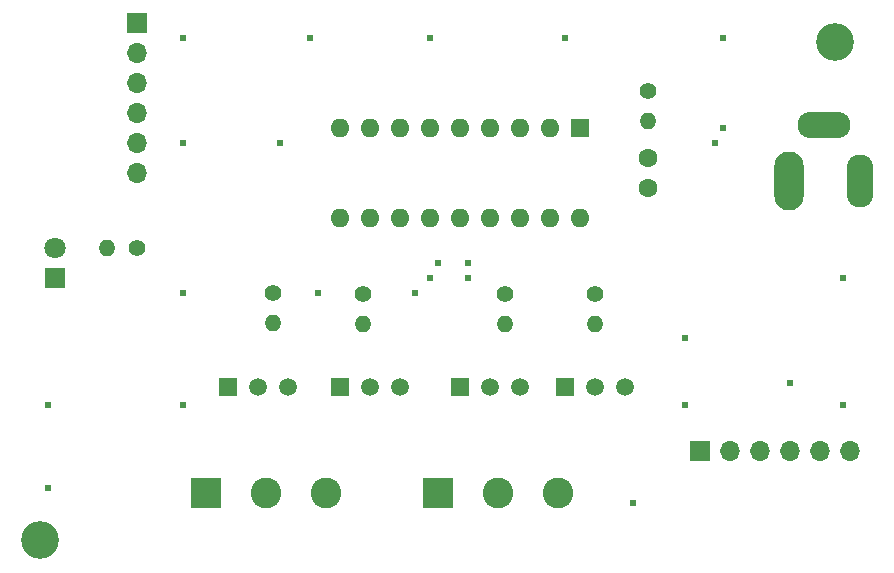
<source format=gts>
G04 #@! TF.GenerationSoftware,KiCad,Pcbnew,(6.0.11-0)*
G04 #@! TF.CreationDate,2023-07-27T23:45:53+09:00*
G04 #@! TF.ProjectId,RadioCtrl-Override,52616469-6f43-4747-926c-2d4f76657272,rev?*
G04 #@! TF.SameCoordinates,PX7bfa480PY7bfa480*
G04 #@! TF.FileFunction,Soldermask,Top*
G04 #@! TF.FilePolarity,Negative*
%FSLAX46Y46*%
G04 Gerber Fmt 4.6, Leading zero omitted, Abs format (unit mm)*
G04 Created by KiCad (PCBNEW (6.0.11-0)) date 2023-07-27 23:45:53*
%MOMM*%
%LPD*%
G01*
G04 APERTURE LIST*
%ADD10C,1.400000*%
%ADD11O,1.400000X1.400000*%
%ADD12R,2.600000X2.600000*%
%ADD13C,2.600000*%
%ADD14R,1.700000X1.700000*%
%ADD15O,1.700000X1.700000*%
%ADD16R,1.600000X1.600000*%
%ADD17O,1.600000X1.600000*%
%ADD18R,1.500000X1.500000*%
%ADD19C,1.500000*%
%ADD20C,1.600000*%
%ADD21C,3.200000*%
%ADD22R,1.800000X1.800000*%
%ADD23C,1.800000*%
%ADD24O,2.500000X5.000000*%
%ADD25O,2.250000X4.500000*%
%ADD26O,4.500000X2.250000*%
%ADD27C,0.605000*%
G04 APERTURE END LIST*
D10*
X55245000Y41860000D03*
D11*
X55245000Y39320000D03*
D12*
X17877500Y7813500D03*
D13*
X22957500Y7813500D03*
X28037500Y7813500D03*
D10*
X12015000Y28575000D03*
D11*
X9475000Y28575000D03*
D10*
X43180000Y24660000D03*
D11*
X43180000Y22120000D03*
D14*
X12020000Y47600000D03*
D15*
X12020000Y45060000D03*
X12020000Y42520000D03*
X12020000Y39980000D03*
X12020000Y37440000D03*
X12020000Y34900000D03*
D10*
X31115000Y24715000D03*
D11*
X31115000Y22175000D03*
D10*
X23495000Y24765000D03*
D11*
X23495000Y22225000D03*
D16*
X49520000Y38725000D03*
D17*
X46980000Y38725000D03*
X44440000Y38725000D03*
X41900000Y38725000D03*
X39360000Y38725000D03*
X36820000Y38725000D03*
X34280000Y38725000D03*
X31740000Y38725000D03*
X29200000Y38725000D03*
X29200000Y31105000D03*
X31740000Y31105000D03*
X34280000Y31105000D03*
X36820000Y31105000D03*
X39360000Y31105000D03*
X41900000Y31105000D03*
X44440000Y31105000D03*
X46980000Y31105000D03*
X49520000Y31105000D03*
D14*
X59715000Y11385000D03*
D15*
X62255000Y11385000D03*
X64795000Y11385000D03*
X67335000Y11385000D03*
X69875000Y11385000D03*
X72415000Y11385000D03*
D18*
X29210000Y16785000D03*
D19*
X31750000Y16785000D03*
X34290000Y16785000D03*
D20*
X55245000Y33675000D03*
X55245000Y36175000D03*
D12*
X37460000Y7813500D03*
D13*
X42540000Y7813500D03*
X47620000Y7813500D03*
D21*
X71120000Y46000000D03*
X3810000Y3810000D03*
D22*
X5080000Y26035000D03*
D23*
X5080000Y28575000D03*
D18*
X48260000Y16785000D03*
D19*
X50800000Y16785000D03*
X53340000Y16785000D03*
D18*
X39370000Y16785000D03*
D19*
X41910000Y16785000D03*
X44450000Y16785000D03*
D10*
X50800000Y24670000D03*
D11*
X50800000Y22130000D03*
D24*
X67212500Y34250000D03*
D25*
X73212500Y34250000D03*
D26*
X70212500Y38950000D03*
D18*
X19685000Y16785000D03*
D19*
X22225000Y16785000D03*
X24765000Y16785000D03*
D27*
X15875000Y46355000D03*
X71755000Y15240000D03*
X58420000Y15240000D03*
X53975000Y6985000D03*
X61595000Y46355000D03*
X71755000Y26035000D03*
X15875000Y24765000D03*
X4445000Y15240000D03*
X26670000Y46355000D03*
X15875000Y37465000D03*
X58420000Y20955000D03*
X48260000Y46355000D03*
X15875000Y15240000D03*
X4445000Y8255000D03*
X36830000Y46355000D03*
X35560000Y24765000D03*
X61595000Y38735000D03*
X27305000Y24765000D03*
X24130000Y37465000D03*
X60960000Y37465000D03*
X67310000Y17145000D03*
X40005000Y27305000D03*
X37465000Y27305000D03*
X40005000Y26035000D03*
X36830000Y26035000D03*
M02*

</source>
